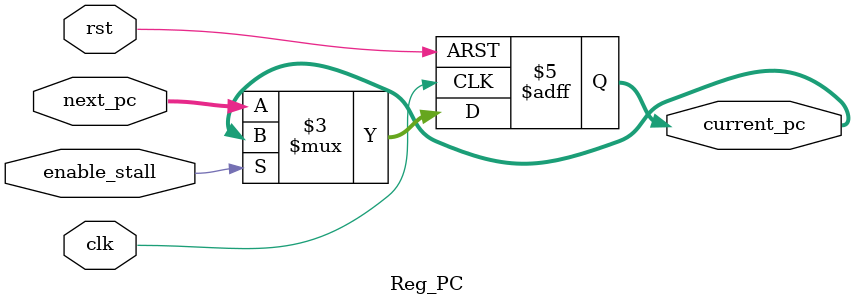
<source format=v>
module Reg_PC(
	input clk,
	input rst,
	input enable_stall,
	input [31:0] next_pc,
	output reg [31:0] current_pc
);

always @(posedge clk or posedge rst)
begin
	if(rst)
		current_pc <= 32'd0;
	else
	begin
		if(enable_stall)
			current_pc <= current_pc;
		else
			current_pc <= next_pc;
	end
end

endmodule

</source>
